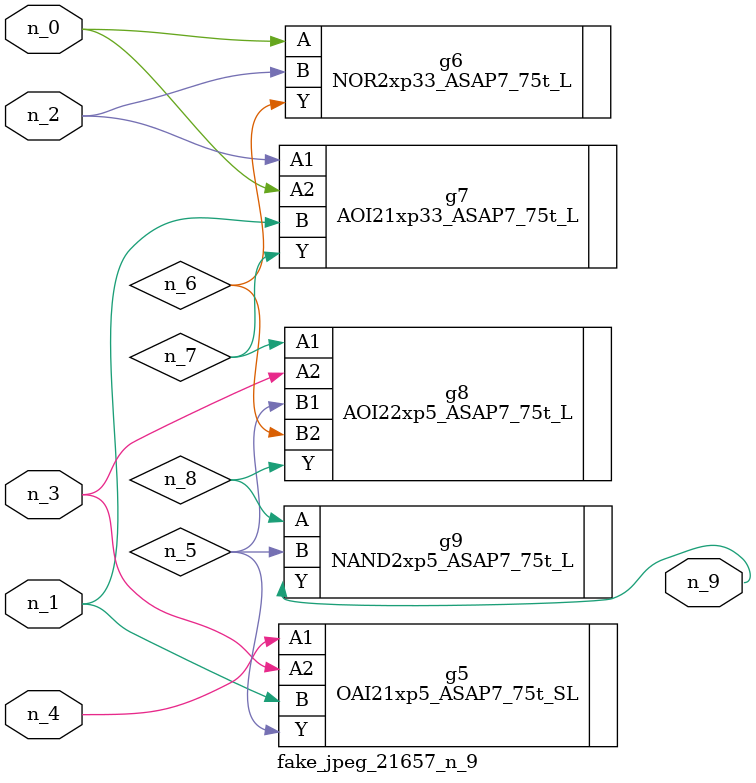
<source format=v>
module fake_jpeg_21657_n_9 (n_3, n_2, n_1, n_0, n_4, n_9);

input n_3;
input n_2;
input n_1;
input n_0;
input n_4;

output n_9;

wire n_8;
wire n_6;
wire n_5;
wire n_7;

OAI21xp5_ASAP7_75t_SL g5 ( 
.A1(n_4),
.A2(n_3),
.B(n_1),
.Y(n_5)
);

NOR2xp33_ASAP7_75t_L g6 ( 
.A(n_0),
.B(n_2),
.Y(n_6)
);

AOI21xp33_ASAP7_75t_L g7 ( 
.A1(n_2),
.A2(n_0),
.B(n_1),
.Y(n_7)
);

AOI22xp5_ASAP7_75t_L g8 ( 
.A1(n_7),
.A2(n_3),
.B1(n_5),
.B2(n_6),
.Y(n_8)
);

NAND2xp5_ASAP7_75t_L g9 ( 
.A(n_8),
.B(n_5),
.Y(n_9)
);


endmodule
</source>
